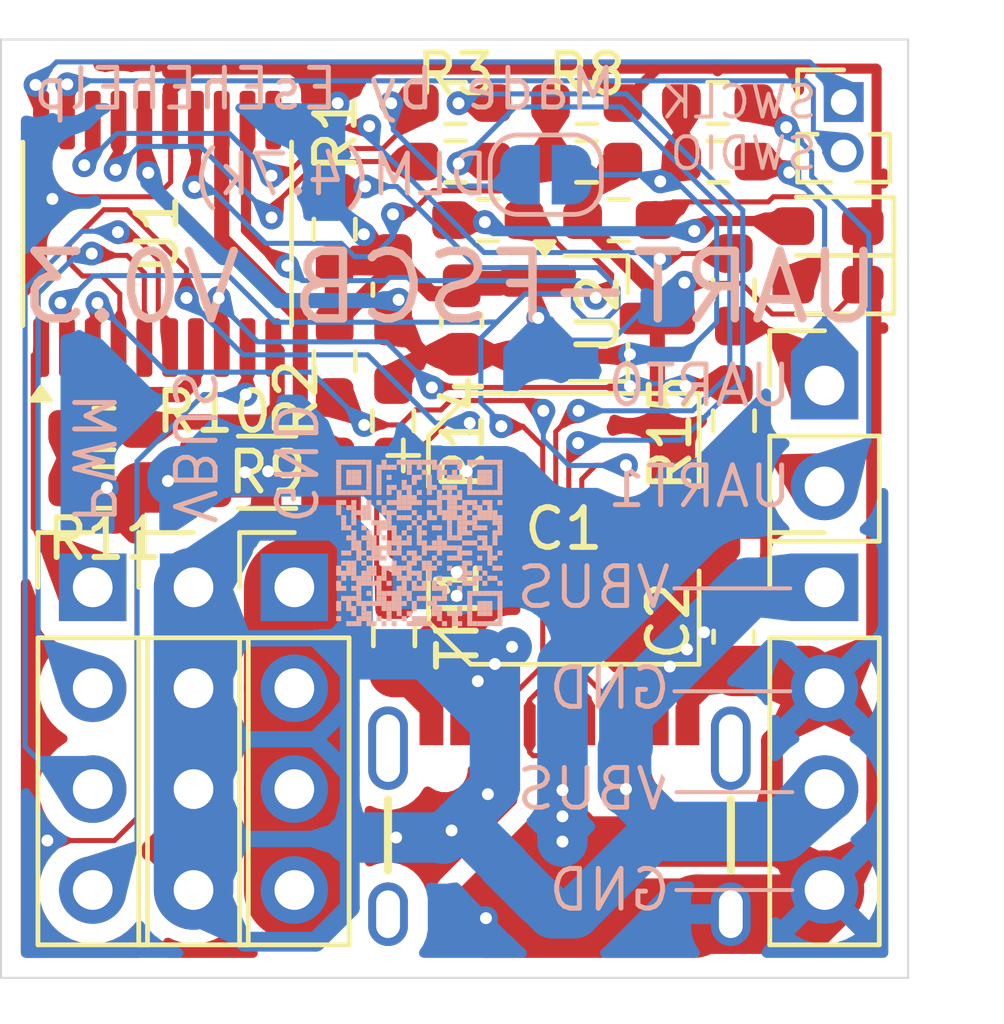
<source format=kicad_pcb>
(kicad_pcb (version 20241229) (generator "pcbnew") (generator_version "9.0")
  (layers (0 "F.Cu" signal) (2 "B.Cu" signal) (13 "F.Paste" user) (15 "B.Paste" user) (5 "F.SilkS" user "F.Silkscreen") (7 "B.SilkS" user "B.Silkscreen") (1 "F.Mask" user) (3 "B.Mask" user) (25 "Edge.Cuts" user))
  (net 0 "")
  (net 1 "OPA_N")
  (net 2 "VDD")
  (net 3 "OPA_P")
  (net 4 "Net-(D1-A)")
  (net 5 "Net-(D2-A)")
  (net 7 "Net-(J1-D--PadA7)")
  (net 8 "CC1")
  (net 9 "CC2")
  (net 11 "PWM0")
  (net 12 "PWM3")
  (net 13 "PWM1")
  (net 14 "PWM2")
  (net 15 "SWCLK")
  (net 16 "SWDIO")
  (net 17 "DP")
  (net 18 "DM")
  (net 19 "TX2")
  (net 20 "TX4")
  (net 21 "MCU_LED")
  (net 22 "VBUS")
  (net 23 "OPA_O")
  (net 27 "PB1")
  (net 28 "GND")
  (net 29 "Net-(J1-D+-PadA6)")
  (net 30 "PC3")
  (net 31 "Net-(J3-Pin_1)")
  (net 32 "Net-(J3-Pin_2)")
  (footprint "Resistor_SMD:R_0603_1608Metric_Pad0.98x0.95mm_HandSolder" (layer "F.Cu") (at 225.0459 65.3034)
    (property "Reference" "R12" (hide yes))
    (property "Value" "1k")
  )
  (footprint "Resistor_SMD:R_0603_1608Metric_Pad0.98x0.95mm_HandSolder" (layer "F.Cu") (at 216.8906 77.2433 -90)
    (property "Reference" "TH1")
    (property "Value" "Thermistor_NTC")
  )
  (footprint "Resistor_SMD:R_0603_1608Metric_Pad0.98x0.95mm_HandSolder" (layer "F.Cu") (at 221.7439 63.8302)
    (property "Reference" "R8")
    (property "Value" "5.1k")
  )
  (footprint "Connector_PinHeader_2.54mm:PinHeader_1x04_P2.54mm_Vertical" (layer "F.Cu") (at 211.836 76.0222)
    (property "Reference" "J5" (hide yes))
    (property "Value" "V_SERVO")
  )
  (footprint "Capacitor_SMD:C_0603_1608Metric_Pad1.08x0.95mm_HandSolder" (layer "F.Cu") (at 218.5924 69.2923 90)
    (property "Reference" "C3" (hide yes))
    (property "Value" "22u/10V")
  )
  (footprint "Resistor_SMD:R_0603_1608Metric_Pad0.98x0.95mm_HandSolder" (layer "F.Cu") (at 225.0421 63.8302)
    (property "Reference" "R13" (hide yes))
    (property "Value" "1k")
  )
  (footprint "Capacitor_SMD:C_0603_1608Metric_Pad1.08x0.95mm_HandSolder" (layer "F.Cu") (at 225.4504 77.2657 90)
    (property "Reference" "C2")
    (property "Value" "0.1u/50V")
  )
  (footprint "Resistor_SMD:R_0603_1608Metric_Pad0.98x0.95mm_HandSolder" (layer "F.Cu") (at 222.5529 66.7766 180)
    (property "Reference" "R5" (hide yes))
    (property "Value" "1k")
  )
  (footprint "Capacitor_SMD:C_0603_1608Metric_Pad1.08x0.95mm_HandSolder" (layer "F.Cu") (at 216.8652 68.5303 90)
    (property "Reference" "C4" (hide yes))
    (property "Value" "0.1u/50V")
  )
  (footprint "Connector_PinHeader_2.54mm:PinHeader_1x04_P2.54mm_Vertical" (layer "F.Cu") (at 209.296 76.0222)
    (property "Reference" "J2" (hide yes))
    (property "Value" "PWM")
  )
  (footprint "Resistor_SMD:R_0603_1608Metric_Pad0.98x0.95mm_HandSolder" (layer "F.Cu") (at 225.4504 68.5311 90)
    (property "Reference" "R16" (hide yes))
    (property "Value" "1k")
  )
  (footprint "Resistor_SMD:R_0603_1608Metric_Pad0.98x0.95mm_HandSolder" (layer "F.Cu") (at 218.4381 63.8302 180)
    (property "Reference" "R3")
    (property "Value" "22")
  )
  (footprint "Resistor_SMD:R_0603_1608Metric_Pad0.98x0.95mm_HandSolder" (layer "F.Cu") (at 219.2509 66.7766)
    (property "Reference" "R6" (hide yes))
    (property "Value" "1k")
  )
  (footprint "Resistor_SMD:R_0603_1608Metric_Pad0.98x0.95mm_HandSolder" (layer "F.Cu") (at 209.5773 72.0344 180)
    (property "Reference" "R10")
    (property "Value" "120k")
  )
  (footprint "LED_SMD:LED_0603_1608Metric_Pad1.05x0.95mm_HandSolder" (layer "F.Cu") (at 227.824 66.929 180)
    (property "Reference" "D2" (hide yes))
    (property "Value" "MCU_LED")
  )
  (footprint "Resistor_SMD:R_0603_1608Metric_Pad0.98x0.95mm_HandSolder" (layer "F.Cu") (at 209.5773 73.5076)
    (property "Reference" "R11")
    (property "Value" "5.1k")
  )
  (footprint "Resistor_SMD:R_0603_1608Metric_Pad0.98x0.95mm_HandSolder" (layer "F.Cu") (at 225.4504 71.8293 90)
    (property "Reference" "R15")
    (property "Value" "1k")
  )
  (footprint "Resistor_SMD:R_0603_1608Metric_Pad0.98x0.95mm_HandSolder" (layer "F.Cu") (at 221.7401 65.3034 180)
    (property "Reference" "R7" (hide yes))
    (property "Value" "120k")
  )
  (footprint "Connector_PinHeader_2.54mm:PinHeader_1x04_P2.54mm_Vertical" (layer "F.Cu") (at 227.7364 76.0222)
    (property "Reference" "J6" (hide yes))
    (property "Value" "POWER")
  )
  (footprint "Resistor_SMD:R_0603_1608Metric_Pad0.98x0.95mm_HandSolder" (layer "F.Cu") (at 216.8652 71.8293 -90)
    (property "Reference" "R14")
    (property "Value" "5.1k")
  )
  (footprint "Resistor_SMD:R_0603_1608Metric_Pad0.98x0.95mm_HandSolder" (layer "F.Cu") (at 218.4381 65.3034 180)
    (property "Reference" "R4" (hide yes))
    (property "Value" "22")
  )
  (footprint "Package_SO:TSSOP-20_4.4x6.5mm_P0.65mm" (layer "F.Cu") (at 210.9216 67.1225 90)
    (property "Reference" "U1")
    (property "Value" "CH32X035F7P6")
  )
  (footprint "Package_TO_SOT_SMD:SOT-23_Handsoldering" (layer "F.Cu") (at 222.0228 69.2556)
    (property "Reference" "U2")
    (property "Value" "XC6206P332MR")
  )
  (footprint "PCM_SparkFun-Connector:USB-C_16" (layer "F.Cu") (at 221.0562 79.1564)
    (property "Reference" "J1")
    (property "Value" "USB_C_Receptacle")
  )
  (footprint "Resistor_SMD:R_0603_1608Metric_Pad0.98x0.95mm_HandSolder" (layer "F.Cu") (at 215.392 67.0052 90)
    (property "Reference" "R1")
    (property "Value" "5.1k")
  )
  (footprint "Capacitor_SMD:CP_Elec_6.3x7.7" (layer "F.Cu") (at 221.1654 74.549)
    (property "Reference" "C1")
    (property "Value" "100u/35V")
  )
  (footprint "Resistor_SMD:R_1206_3216Metric_Pad1.30x1.75mm_HandSolder" (layer "F.Cu") (at 213.6896 73.1266 180)
    (property "Reference" "R9")
    (property "Value" "0.02")
  )
  (footprint "Connector_PinHeader_2.54mm:PinHeader_1x04_P2.54mm_Vertical" (layer "F.Cu") (at 214.376 76.0222)
    (property "Reference" "J4" (hide yes))
    (property "Value" "GND")
  )
  (footprint "Resistor_SMD:R_0603_1608Metric_Pad0.98x0.95mm_HandSolder" (layer "F.Cu") (at 215.392 70.3307 -90)
    (property "Reference" "R2")
    (property "Value" "5.1k")
  )
  (footprint "Connector_PinHeader_1.27mm:PinHeader_1x02_P1.27mm_Vertical" (layer "F.Cu") (at 228.219 63.8048)
    (property "Reference" "J7" (hide yes))
    (property "Value" "DEBUG")
  )
  (footprint "Connector_PinHeader_2.54mm:PinHeader_1x02_P2.54mm_Vertical" (layer "F.Cu") (at 227.7364 70.9422)
    (property "Reference" "J3" (hide yes))
    (property "Value" "UART")
  )
  (footprint "LED_SMD:LED_0603_1608Metric_Pad1.05x0.95mm_HandSolder" (layer "F.Cu") (at 227.824 68.4022 180)
    (property "Reference" "D1" (hide yes))
    (property "Value" "SERVO_PWR")
  )
  (footprint "qr:qr-uart-fscb" (layer "B.Cu") (at 217.5256 74.9046 180)
    (property "Reference" "QR*****" (hide yes))
    (property "Value" "qr-uart-fscb" (hide yes))
  )
  (footprint "Jumper:SolderJumper-2_P1.3mm_Open_RoundedPad1.0x1.5mm" (layer "B.Cu") (at 220.711 65.6336)
    (property "Reference" "JP1" (hide yes))
    (property "Value" "SolderJumper_2_Open")
  )
  (gr_line (start 226.8728 78.6384) (end 223.9518 78.6384) (stroke (width 0.1)) (layer "B.SilkS"))
  (gr_line (start 226.9236 81.1784) (end 224.0026 81.1784) (stroke (width 0.1)) (layer "B.SilkS"))
  (gr_line (start 226.9236 83.642907) (end 224.0026 83.642907) (stroke (width 0.1)) (layer "B.SilkS"))
  (gr_line (start 226.8728 76.0476) (end 223.9518 76.0476) (stroke (width 0.1)) (layer "B.SilkS"))
  (gr_rect (start 206.9846 62.23) (end 229.8446 85.852) (stroke (width 0.05)) (fill no) (layer "Edge.Cuts"))
  (gr_text "  VBUS" (at 211.835293 76.022907 270) (layer "B.SilkS") (effects (font (size 1 1) (thickness 0.125)) (justify left mirror)))
  (gr_text "UART-FSCB V0.3" (at 229.2604 69.469 0) (layer "B.SilkS") (effects (font (size 1.7 1.7) (thickness 0.2125)) (justify left bottom mirror)))
  (gr_text "     VBUS" (at 227.7374 76.0222 0) (layer "B.SilkS") (effects (font (size 1 1) (thickness 0.125)) (justify left mirror)))
  (gr_text " SWDIO" (at 228.219 65.1002 0) (layer "B.SilkS") (effects (font (size 0.8 0.8) (thickness 0.1)) (justify left mirror)))
  (gr_text "     GND" (at 227.735693 83.642907 0) (layer "B.SilkS") (effects (font (size 1 1) (thickness 0.125)) (justify left mirror)))
  (gr_text " SWCLK" (at 228.219 63.8048 0) (layer "B.SilkS") (effects (font (size 0.8 0.8) (thickness 0.1)) (justify left mirror)))
  (gr_text "  PWM" (at 209.296 76.0222 270) (layer "B.SilkS") (effects (font (size 1 1) (thickness 0.125)) (justify left mirror)))
  (gr_text "Made by EsEhEhElp" (at 215.138 63.4746 0) (layer "B.SilkS") (effects (font (size 1 1) (thickness 0.125)) (justify mirror)))
  (gr_text "     GND" (at 227.735693 78.562907 0) (layer "B.SilkS") (effects (font (size 1 1) (thickness 0.125)) (justify left mirror)))
  (gr_text " UART1" (at 227.7364 73.4832 0) (layer "B.SilkS") (effects (font (size 1 1) (thickness 0.125)) (justify left mirror)))
  (gr_text "DLM(4.7k)" (at 219.3544 66.2178 0) (layer "B.SilkS") (effects (font (size 1 1) (thickness 0.125)) (justify left bottom mirror)))
  (gr_text "  GND" (at 214.376 76.0222 270) (layer "B.SilkS") (effects (font (size 1 1) (thickness 0.125)) (justify left mirror)))
  (gr_text "     VBUS" (at 227.737107 81.101493 0) (layer "B.SilkS") (effects (font (size 1 1) (thickness 0.125)) (justify left mirror)))
  (gr_text " UART0" (at 227.7364 70.9422 0) (layer "B.SilkS") (effects (font (size 1 1) (thickness 0.125)) (justify left mirror)))
  (segment (start 208.6648 72.0344) (end 209.106178 72.0344) (width 0.381) (layer "F.Cu") (net 1))
  (segment (start 209.972678 71.1679) (end 211.006922 71.1679) (width 0.381) (layer "F.Cu") (net 1))
  (segment (start 211.009822 71.1708) (end 211.496158 71.1708) (width 0.381) (layer "F.Cu") (net 1))
  (segment (start 211.8966 70.6022) (end 211.8966 69.985) (width 0.381) (layer "F.Cu") (net 1))
  (segment (start 211.006922 71.1679) (end 211.009822 71.1708) (width 0.381) (layer "F.Cu") (net 1))
  (segment (start 211.5312 71.135758) (end 211.5312 71.114) (width 0.381) (layer "F.Cu") (net 1))
  (segment (start 211.496158 71.1708) (end 211.5312 71.135758) (width 0.381) (layer "F.Cu") (net 1))
  (segment (start 209.106178 72.0344) (end 209.972678 71.1679) (width 0.381) (layer "F.Cu") (net 1))
  (segment (start 211.8381 70.828858) (end 211.8381 70.6607) (width 0.381) (layer "F.Cu") (net 1))
  (segment (start 211.5312 71.114) (end 211.552958 71.114) (width 0.381) (layer "F.Cu") (net 1))
  (segment (start 208.6648 73.5076) (end 208.6648 72.0344) (width 0.381) (layer "F.Cu") (net 1))
  (segment (start 211.8381 70.6607) (end 211.8966 70.6022) (width 0.381) (layer "F.Cu") (net 1))
  (segment (start 211.552958 71.114) (end 211.8381 70.828858) (width 0.381) (layer "F.Cu") (net 1))
  (segment (start 224.1334 65.311689) (end 224.1334 65.3034) (width 0.127) (layer "F.Cu") (net 2))
  (segment (start 223.643489 65.8016) (end 224.1334 65.311689) (width 0.127) (layer "F.Cu") (net 2))
  (segment (start 217.0038 68.782916) (end 217.0038 69.5314) (width 0.381) (layer "F.Cu") (net 2))
  (segment (start 217.0038 68.782916) (end 217.0038 69.2542) (width 0.381) (layer "F.Cu") (net 2))
  (segment (start 217.6272 70.1548) (end 216.8652 70.9168) (width 0.381) (layer "F.Cu") (net 2))
  (segment (start 217.0038 69.2542) (end 216.8652 69.3928) (width 0.381) (layer "F.Cu") (net 2))
  (segment (start 217.6272 70.1548) (end 216.8652 69.3928) (width 0.381) (layer "F.Cu") (net 2))
  (segment (start 210.695772 65.586165) (end 210.695772 65.400227) (width 0.381) (layer "F.Cu") (net 2))
  (segment (start 224.1334 65.3034) (end 224.1334 63.834) (width 0.127) (layer "F.Cu") (net 2))
  (segment (start 223.597239 65.8016) (end 223.643489 65.8016) (width 0.127) (layer "F.Cu") (net 2))
  (segment (start 210.695772 65.400227) (end 210.5966 65.301055) (width 0.381) (layer "F.Cu") (net 2))
  (segment (start 224.1334 63.834) (end 224.1296 63.8302) (width 0.127) (layer "F.Cu") (net 2))
  (segment (start 217.0038 69.5314) (end 217.6272 70.1548) (width 0.381) (layer "F.Cu") (net 2))
  (segment (start 218.5924 70.1548) (end 220.472 70.1548) (width 0.381) (layer "F.Cu") (net 2))
  (segment (start 210.5966 65.301055) (end 210.5966 64.26) (width 0.381) (layer "F.Cu") (net 2))
  (segment (start 218.5924 70.1548) (end 217.6272 70.1548) (width 0.381) (layer "F.Cu") (net 2))
  (segment (start 220.472 70.1548) (end 220.5228 70.2056) (width 0.381) (layer "F.Cu") (net 2))
  (segment (start 220.5228 70.2056) (end 222.7823 70.2056) (width 0.381) (layer "F.Cu") (net 2))
  (segment (start 222.7823 70.2056) (end 222.8323 70.1556) (width 0.381) (layer "F.Cu") (net 2))
  (via (at 223.597239 65.8016) (size 0.6) (drill 0.3) (layers "F.Cu" "B.Cu") (net 2))
  (via (at 222.8323 70.1556) (size 0.6) (drill 0.3) (layers "F.Cu" "B.Cu") (net 2))
  (via (at 210.695772 65.586165) (size 0.6) (drill 0.3) (layers "F.Cu" "B.Cu") (net 2))
  (via (at 217.0038 68.782916) (size 0.6) (drill 0.3) (layers "F.Cu" "B.Cu") (net 2))
  (segment (start 223.597239 65.8016) (end 223.687859 65.8016) (width 0.127) (layer "B.Cu") (net 2))
  (segment (start 224.083067 65.883333) (end 225.01721 66.817476) (width 0.127) (layer "B.Cu") (net 2))
  (segment (start 225.01721 66.817476) (end 225.01721 69.351692) (width 0.127) (layer "B.Cu") (net 2))
  (segment (start 216.982553 68.804163) (end 217.0038 68.782916) (width 0.381) (layer "B.Cu") (net 2))
  (segment (start 222.8323 70.1556) (end 224.213298 70.1556) (width 0.381) (layer "B.Cu") (net 2))
  (segment (start 210.695772 65.586165) (end 210.686307 65.59563) (width 0.381) (layer "B.Cu") (net 2))
  (segment (start 224.213298 70.1556) (end 224.2133 70.155602) (width 0.381) (layer "B.Cu") (net 2))
  (segment (start 210.686307 65.59563) (end 210.686307 65.830107) (width 0.381) (layer "B.Cu") (net 2))
  (segment (start 212.905 67.7186) (end 213.990563 68.804163) (width 0.381) (layer "B.Cu") (net 2))
  (segment (start 210.686307 65.830107) (end 212.5748 67.7186) (width 0.381) (layer "B.Cu") (net 2))
  (segment (start 221.361 65.6336) (end 223.833334 65.6336) (width 0.127) (layer "B.Cu") (net 2))
  (segment (start 225.01721 69.351692) (end 224.2133 70.155602) (width 0.127) (layer "B.Cu") (net 2))
  (segment (start 223.833334 65.6336) (end 224.083067 65.883333) (width 0.127) (layer "B.Cu") (net 2))
  (segment (start 223.687859 65.8016) (end 223.769592 65.883333) (width 0.127) (layer "B.Cu") (net 2))
  (segment (start 212.5748 67.7186) (end 212.905 67.7186) (width 0.381) (layer "B.Cu") (net 2))
  (segment (start 223.769592 65.883333) (end 224.083067 65.883333) (width 0.127) (layer "B.Cu") (net 2))
  (segment (start 213.990563 68.804163) (end 216.982553 68.804163) (width 0.381) (layer "B.Cu") (net 2))
  (segment (start 214.5255 72.4125) (end 215.2396 73.1266) (width 0.381) (layer "F.Cu") (net 3))
  (segment (start 214.5255 69.228542) (end 214.5255 72.4125) (width 0.381) (layer "F.Cu") (net 3))
  (segment (start 212.5466 67.249642) (end 214.5255 69.228542) (width 0.381) (layer "F.Cu") (net 3))
  (segment (start 214.376 76.0222) (end 215.3016 75.0966) (width 1.5) (layer "F.Cu") (net 3))
  (segment (start 212.5466 64.26) (end 212.5466 67.249642) (width 0.381) (layer "F.Cu") (net 3))
  (segment (start 214.376 83.6422) (end 214.376 81.1022) (width 2.54) (layer "F.Cu") (net 3))
  (segment (start 214.376 81.1022) (end 214.376 78.5622) (width 2.54) (layer "F.Cu") (net 3))
  (segment (start 214.376 76.0222) (end 214.376 78.5622) (width 2.54) (layer "F.Cu") (net 3))
  (segment (start 215.3016 75.0966) (end 215.3016 73.1266) (width 1.5) (layer "F.Cu") (net 3))
  (segment (start 226.446984 66.1895) (end 226.317084 66.3194) (width 0.127) (layer "F.Cu") (net 4))
  (segment (start 227.7364 67.383116) (end 227.7385 67.381016) (width 0.127) (layer "F.Cu") (net 4))
  (segment (start 227.451016 66.1895) (end 226.446984 66.1895) (width 0.127) (layer "F.Cu") (net 4))
  (segment (start 223.9226 66.3194) (end 223.4654 66.7766) (width 0.127) (layer "F.Cu") (net 4))
  (segment (start 227.7385 67.381016) (end 227.7385 66.476984) (width 0.127) (layer "F.Cu") (net 4))
  (segment (start 226.949 68.4022) (end 227.7364 67.6148) (width 0.127) (layer "F.Cu") (net 4))
  (segment (start 227.7385 66.476984) (end 227.451016 66.1895) (width 0.127) (layer "F.Cu") (net 4))
  (segment (start 227.7364 67.6148) (end 227.7364 67.383116) (width 0.127) (layer "F.Cu") (net 4))
  (segment (start 226.317084 66.3194) (end 223.9226 66.3194) (width 0.127) (layer "F.Cu") (net 4))
  (segment (start 224.97208 66.7993) (end 225.92872 66.7993) (width 0.254) (layer "F.Cu") (net 5))
  (segment (start 219.1759 66.8274) (end 218.3892 66.8274) (width 0.254) (layer "F.Cu") (net 5))
  (segment (start 225.92872 66.7993) (end 225.93142 66.802) (width 0.254) (layer "F.Cu") (net 5))
  (segment (start 226.822 66.802) (end 226.949 66.929) (width 0.254) (layer "F.Cu") (net 5))
  (segment (start 218.3892 66.8274) (end 218.3384 66.7766) (width 0.254) (layer "F.Cu") (net 5))
  (segment (start 224.45271 67.0513) (end 224.477025 67.0513) (width 0.254) (layer "F.Cu") (net 5))
  (segment (start 225.93142 66.802) (end 226.822 66.802) (width 0.254) (layer "F.Cu") (net 5))
  (segment (start 224.477025 67.0513) (end 224.726325 66.802) (width 0.254) (layer "F.Cu") (net 5))
  (segment (start 224.96938 66.802) (end 224.97208 66.7993) (width 0.254) (layer "F.Cu") (net 5))
  (segment (start 224.726325 66.802) (end 224.96938 66.802) (width 0.254) (layer "F.Cu") (net 5))
  (via (at 219.1759 66.8274) (size 0.6) (drill 0.3) (layers "F.Cu" "B.Cu") (net 5))
  (via (at 224.45271 67.0513) (size 0.6) (drill 0.3) (layers "F.Cu" "B.Cu") (net 5))
  (segment (start 224.45271 67.0513) (end 224.44801 67.056) (width 0.254) (layer "B.Cu") (net 5))
  (segment (start 219.4045 67.056) (end 219.1759 66.8274) (width 0.254) (layer "B.Cu") (net 5))
  (segment (start 224.44801 67.056) (end 219.4045 67.056) (width 0.254) (layer "B.Cu") (net 5))
  (segment (start 220.96372 78.196018) (end 220.3062 78.853538) (width 0.127) (layer "F.Cu") (net 7))
  (segment (start 221.2207 80.2609) (end 220.3917 80.2609) (width 0.127) (layer "F.Cu") (net 7))
  (segment (start 221.5388 71.5772) (end 221.488 71.5772) (width 0.127) (layer "F.Cu") (net 7))
  (segment (start 220.3062 80.1754) (end 220.3062 79.4964) (width 0.127) (layer "F.Cu") (net 7))
  (segment (start 220.3917 80.2609) (end 220.3062 80.1754) (width 0.127) (layer "F.Cu") (net 7))
  (segment (start 218.567 65.3034) (end 218.5162 65.3542) (width 0.127) (layer "F.Cu") (net 7))
  (segment (start 221.3062 79.4964) (end 221.3062 80.1754) (width 0.127) (layer "F.Cu") (net 7))
  (segment (start 221.3062 80.1754) (end 221.2207 80.2609) (width 0.127) (layer "F.Cu") (net 7))
  (segment (start 221.488 71.5772) (end 220.96372 72.10148) (width 0.127) (layer "F.Cu") (net 7))
  (segment (start 219.3506 65.3034) (end 218.567 65.3034) (width 0.127) (layer "F.Cu") (net 7))
  (segment (start 220.3062 78.853538) (end 220.3062 79.4964) (width 0.127) (layer "F.Cu") (net 7))
  (segment (start 220.96372 72.10148) (end 220.96372 78.196018) (width 0.127) (layer "F.Cu") (net 7))
  (via (at 221.5388 71.5772) (size 0.6) (drill 0.3) (layers "F.Cu" "B.Cu") (net 7))
  (via (at 218.5162 65.3542) (size 0.6) (drill 0.3) (layers "F.Cu" "B.Cu") (net 7))
  (segment (start 219.943 63.9274) (end 218.5162 65.3542) (width 0.127) (layer "B.Cu") (net 7))
  (segment (start 221.5388 71.5772) (end 224.41049 71.5772) (width 0.127) (layer "B.Cu") (net 7))
  (segment (start 225.3488 66.665631) (end 222.610569 63.9274) (width 0.127) (layer "B.Cu") (net 7))
  (segment (start 225.3488 70.63889) (end 225.3488 66.665631) (width 0.127) (layer "B.Cu") (net 7))
  (segment (start 222.610569 63.9274) (end 219.943 63.9274) (width 0.127) (layer "B.Cu") (net 7))
  (segment (start 224.41049 71.5772) (end 225.3488 70.63889) (width 0.127) (layer "B.Cu") (net 7))
  (segment (start 219.8062 78.8216) (end 219.8062 79.4964) (width 0.127) (layer "F.Cu") (net 8))
  (segment (start 219.8959 78.7319) (end 219.8917 78.7319) (width 0.127) (layer "F.Cu") (net 8))
  (segment (start 219.8917 78.7319) (end 219.8917 78.7361) (width 0.127) (layer "F.Cu") (net 8))
  (segment (start 215.392 66.0927) (end 215.9997 66.0927) (width 0.127) (layer "F.Cu") (net 8))
  (segment (start 220.63572 77.99208) (end 219.8959 78.7319) (width 0.127) (layer "F.Cu") (net 8))
  (segment (start 219.591417 71.9662) (end 220.13312 71.9662) (width 0.127) (layer "F.Cu") (net 8))
  (segment (start 219.8917 78.7361) (end 219.8062 78.8216) (width 0.127) (layer "F.Cu") (net 8))
  (segment (start 215.9997 66.0927) (end 216.161945 65.930455) (width 0.127) (layer "F.Cu") (net 8))
  (segment (start 208.6466 69.022329) (end 208.484992 68.860721) (width 0.127) (layer "F.Cu") (net 8))
  (segment (start 208.6466 69.985) (end 208.6466 69.022329) (width 0.127) (layer "F.Cu") (net 8))
  (segment (start 220.63572 72.4688) (end 220.63572 77.99208) (width 0.127) (layer "F.Cu") (net 8))
  (segment (start 220.13312 71.9662) (end 220.63572 72.4688) (width 0.127) (layer "F.Cu") (net 8))
  (via (at 219.591417 71.9662) (size 0.6) (drill 0.3) (layers "F.Cu" "B.Cu") (net 8))
  (via (at 208.484992 68.860721) (size 0.6) (drill 0.3) (layers "F.Cu" "B.Cu") (net 8))
  (via (at 216.161945 65.930455) (size 0.6) (drill 0.3) (layers "F.Cu" "B.Cu") (net 8))
  (segment (start 219.3601 71.734883) (end 219.3601 71.650676) (width 0.127) (layer "B.Cu") (net 8))
  (segment (start 222.009124 67.9726) (end 219.00275 67.9726) (width 0.127) (layer "B.Cu") (net 8))
  (segment (start 221.4061 68.966224) (end 221.736776 69.2969) (width 0.127) (layer "B.Cu") (net 8))
  (segment (start 222.204424 69.2969) (end 222.5351 68.966224) (width 0.127) (layer "B.Cu") (net 8))
  (segment (start 220.1948 68.6286) (end 221.402938 68.6286) (width 0.127) (layer "B.Cu") (net 8))
  (segment (start 212.716532 68.1736) (end 209.514824 68.1736) (width 0.127) (layer "B.Cu") (net 8))
  (segment (start 209.514824 68.1736) (end 209.504424 68.184) (width 0.127) (layer "B.Cu") (net 8))
  (segment (start 213.890348 69.347416) (end 212.716532 68.1736) (width 0.127) (layer "B.Cu") (net 8))
  (segment (start 221.4061 68.631762) (end 221.4061 68.966224) (width 0.127) (layer "B.Cu") (net 8))
  (segment (start 219.591417 71.9662) (end 219.3601 71.734883) (width 0.127) (layer "B.Cu") (net 8))
  (segment (start 208.7061 68.777976) (end 208.7061 68.860721) (width 0.127) (layer "B.Cu") (net 8))
  (segment (start 219.4814 69.342) (end 220.1948 68.6286) (width 0.127) (layer "B.Cu") (net 8))
  (segment (start 221.402938 68.6286) (end 221.4061 68.631762) (width 0.127) (layer "B.Cu") (net 8))
  (segment (start 219.260615 69.347416) (end 213.890348 69.347416) (width 0.127) (layer "B.Cu") (net 8))
  (segment (start 216.960605 65.930455) (end 216.161945 65.930455) (width 0.127) (layer "B.Cu") (net 8))
  (segment (start 222.5351 68.498576) (end 222.009124 67.9726) (width 0.127) (layer "B.Cu") (net 8))
  (segment (start 219.4814 69.342) (end 219.266031 69.342) (width 0.127) (layer "B.Cu") (net 8))
  (segment (start 221.736776 69.2969) (end 222.204424 69.2969) (width 0.127) (layer "B.Cu") (net 8))
  (segment (start 208.7061 68.860721) (end 208.484992 68.860721) (width 0.127) (layer "B.Cu") (net 8))
  (segment (start 219.075 69.7484) (end 219.4814 69.342) (width 0.127) (layer "B.Cu") (net 8))
  (segment (start 209.504424 68.184) (end 209.300076 68.184) (width 0.127) (layer "B.Cu") (net 8))
  (segment (start 222.5351 68.966224) (end 222.5351 68.498576) (width 0.127) (layer "B.Cu") (net 8))
  (segment (start 219.00275 67.9726) (end 216.960605 65.930455) (width 0.127) (layer "B.Cu") (net 8))
  (segment (start 219.266031 69.342) (end 219.260615 69.347416) (width 0.127) (layer "B.Cu") (net 8))
  (segment (start 219.3601 71.650676) (end 219.075 71.365576) (width 0.127) (layer "B.Cu") (net 8))
  (segment (start 219.075 71.365576) (end 219.075 69.7484) (width 0.127) (layer "B.Cu") (net 8))
  (segment (start 209.300076 68.184) (end 208.7061 68.777976) (width 0.127) (layer "B.Cu") (net 8))
  (segment (start 218.07282 71.5565) (end 217.429516 71.5565) (width 0.127) (layer "F.Cu") (net 9))
  (segment (start 218.30932 71.32) (end 218.07282 71.5565) (width 0.127) (layer "F.Cu") (net 9))
  (segment (start 215.445233 71.2432) (end 216.136212 71.934179) (width 0.127) (layer "F.Cu") (net 9))
  (segment (start 222.1911 78.7319) (end 221.61972 78.16052) (width 0.127) (layer "F.Cu") (net 9))
  (segment (start 222.7207 79.2615) (end 222.7207 78.7319) (width 0.127) (layer "F.Cu") (net 9))
  (segment (start 221.9706 72.9488) (end 222.7326 72.9488) (width 0.127) (layer "F.Cu") (net 9))
  (segment (start 221.61972 78.16052) (end 221.61972 73.29968) (width 0.127) (layer "F.Cu") (net 9))
  (segment (start 209.414497 69.867103) (end 209.2966 69.985) (width 0.127) (layer "F.Cu") (net 9))
  (segment (start 222.8062 79.347) (end 222.7207 79.2615) (width 0.127) (layer "F.Cu") (net 9))
  (segment (start 221.61972 73.29968) (end 221.9706 72.9488) (width 0.127) (layer "F.Cu") (net 9))
  (segment (start 222.8062 79.4964) (end 222.8062 79.347) (width 0.127) (layer "F.Cu") (net 9))
  (segment (start 220.3926 71.32) (end 218.30932 71.32) (width 0.127) (layer "F.Cu") (net 9))
  (segment (start 222.7207 78.7319) (end 222.1911 78.7319) (width 0.127) (layer "F.Cu") (net 9))
  (segment (start 220.6498 71.5772) (end 220.3926 71.32) (width 0.127) (layer "F.Cu") (net 9))
  (segment (start 209.414497 68.866489) (end 209.414497 69.867103) (width 0.127) (layer "F.Cu") (net 9))
  (segment (start 215.392 71.2432) (end 215.445233 71.2432) (width 0.127) (layer "F.Cu") (net 9))
  (segment (start 217.429516 71.5565) (end 217.051837 71.934179) (width 0.127) (layer "F.Cu") (net 9))
  (segment (start 217.051837 71.934179) (end 216.136212 71.934179) (width 0.127) (layer "F.Cu") (net 9))
  (via (at 216.136212 71.934179) (size 0.6) (drill 0.3) (layers "F.Cu" "B.Cu") (net 9))
  (via (at 209.414497 68.866489) (size 0.6) (drill 0.3) (layers "F.Cu" "B.Cu") (net 9))
  (via (at 222.7326 72.9488) (size 0.6) (drill 0.3) (layers "F.Cu" "B.Cu") (net 9))
  (via (at 220.6498 71.5772) (size 0.6) (drill 0.3) (layers "F.Cu" "B.Cu") (net 9))
  (segment (start 211.153108 70.6051) (end 209.414497 68.866489) (width 0.127) (layer "B.Cu") (net 9))
  (segment (start 220.6498 72.310837) (end 220.6498 71.5772) (width 0.127) (layer "B.Cu") (net 9))
  (segment (start 216.136212 71.934179) (end 214.807133 70.6051) (width 0.127) (layer "B.Cu") (net 9))
  (segment (start 222.7326 72.9488) (end 222.726967 72.954433) (width 0.127) (layer "B.Cu") (net 9))
  (segment (start 221.293396 72.954433) (end 220.6498 72.310837) (width 0.127) (layer "B.Cu") (net 9))
  (segment (start 214.807133 70.6051) (end 211.153108 70.6051) (width 0.127) (layer "B.Cu") (net 9))
  (segment (start 222.726967 72.954433) (end 221.293396 72.954433) (width 0.127) (layer "B.Cu") (net 9))
  (segment (start 207.796601 74.522801) (end 209.296 76.0222) (width 0.127) (layer "F.Cu") (net 11))
  (segment (start 207.9966 69.985) (end 207.796601 70.184999) (width 0.127) (layer "F.Cu") (net 11))
  (segment (start 207.796601 70.184999) (end 207.796601 74.522801) (width 0.127) (layer "F.Cu") (net 11))
  (segment (start 213.1966 71.1132) (end 213.1966 69.985) (width 0.127) (layer "F.Cu") (net 12))
  (segment (start 213.151142 71.158658) (end 213.1966 71.1132) (width 0.127) (layer "F.Cu") (net 12))
  (segment (start 213.151142 71.1696) (end 213.151142 71.158658) (width 0.127) (layer "F.Cu") (net 12))
  (via (at 213.151142 71.1696) (size 0.6) (drill 0.3) (layers "F.Cu" "B.Cu") (net 12))
  (segment (start 210.4105 72.8503) (end 210.4105 82.5277) (width 0.127) (layer "B.Cu") (net 12))
  (segment (start 212.0912 71.1696) (end 210.4105 72.8503) (width 0.127) (layer "B.Cu") (net 12))
  (segment (start 210.4105 82.5277) (end 209.296 83.6422) (width 0.127) (layer "B.Cu") (net 12))
  (segment (start 213.151142 71.1696) (end 212.0912 71.1696) (width 0.127) (layer "B.Cu") (net 12))
  (segment (start 210.5966 68.1026) (end 210.5966 69.985) (width 0.127) (layer "F.Cu") (net 13))
  (segment (start 209.2706 67.6195) (end 209.3167 67.6656) (width 0.127) (layer "F.Cu") (net 13))
  (segment (start 210.1596 67.6656) (end 210.5966 68.1026) (width 0.127) (layer "F.Cu") (net 13))
  (segment (start 209.3167 67.6656) (end 210.1596 67.6656) (width 0.127) (layer "F.Cu") (net 13))
  (via (at 209.2706 67.6195) (size 0.6) (drill 0.3) (layers "F.Cu" "B.Cu") (net 13))
  (segment (start 207.920492 68.626897) (end 207.920492 77.186692) (width 0.127) (layer "B.Cu") (net 13))
  (segment (start 207.920492 77.186692) (end 209.296 78.5622) (width 0.127) (layer "B.Cu") (net 13))
  (segment (start 208.927889 67.6195) (end 207.920492 68.626897) (width 0.127) (layer "B.Cu") (net 13))
  (segment (start 209.2706 67.6195) (end 208.927889 67.6195) (width 0.127) (layer "B.Cu") (net 13))
  (segment (start 209.931 67.0814) (end 210.263004 67.0814) (width 0.127) (layer "F.Cu") (net 14))
  (segment (start 211.2466 69.3622) (end 211.2466 69.985) (width 0.127) (layer "F.Cu") (net 14))
  (segment (start 210.947 69.0626) (end 211.2466 69.3622) (width 0.127) (layer "F.Cu") (net 14))
  (segment (start 210.947 67.765396) (end 210.947 69.0626) (width 0.127) (layer "F.Cu") (net 14))
  (segment (start 210.263004 67.0814) (end 210.947 67.765396) (width 0.127) (layer "F.Cu") (net 14))
  (via (at 209.931 67.0814) (size 0.6) (drill 0.3) (layers "F.Cu" "B.Cu") (net 14))
  (segment (start 207.592492 68.491035) (end 207.592492 80.033692) (width 0.127) (layer "B.Cu") (net 14))
  (segment (start 209.931 67.0814) (end 209.9056 67.056) (width 0.127) (layer "B.Cu") (net 14))
  (segment (start 207.592492 80.033692) (end 208.661 81.1022) (width 0.127) (layer "B.Cu") (net 14))
  (segment (start 208.661 81.1022) (end 209.296 81.1022) (width 0.127) (layer "B.Cu") (net 14))
  (segment (start 209.9056 67.056) (end 209.027527 67.056) (width 0.127) (layer "B.Cu") (net 14))
  (segment (start 209.027527 67.056) (end 207.592492 68.491035) (width 0.127) (layer "B.Cu") (net 14))
  (segment (start 207.856608 64.120008) (end 207.9966 64.26) (width 0.127) (layer "F.Cu") (net 15))
  (segment (start 207.856269 63.373006) (end 207.856608 63.373345) (width 0.127) (layer "F.Cu") (net 15))
  (segment (start 207.856608 63.373345) (end 207.856608 64.120008) (width 0.127) (layer "F.Cu") (net 15))
  (via (at 207.856269 63.373006) (size 0.6) (drill 0.3) (layers "F.Cu" "B.Cu") (net 15))
  (segment (start 207.856269 63.321744) (end 208.383513 62.7945) (width 0.127) (layer "B.Cu") (net 15))
  (segment (start 208.383513 62.7945) (end 227.3611 62.7945) (width 0.127) (layer "B.Cu") (net 15))
  (segment (start 227.3611 62.7945) (end 228.219 63.6524) (width 0.127) (layer "B.Cu") (net 15))
  (segment (start 228.219 63.6524) (end 228.219 63.8048) (width 0.127) (layer "B.Cu") (net 15))
  (segment (start 207.856269 63.373006) (end 207.856269 63.321744) (width 0.127) (layer "B.Cu") (net 15))
  (segment (start 208.6466 63.367918) (end 208.6466 64.26) (width 0.127) (layer "F.Cu") (net 16))
  (segment (start 208.656131 63.357999) (end 208.656131 63.358387) (width 0.127) (layer "F.Cu") (net 16))
  (segment (start 208.656131 63.358387) (end 208.6466 63.367918) (width 0.127) (layer "F.Cu") (net 16))
  (via (at 208.656131 63.357999) (size 0.6) (drill 0.3) (layers "F.Cu" "B.Cu") (net 16))
  (segment (start 208.656131 63.357999) (end 208.656519 63.357999) (width 0.127) (layer "B.Cu") (net 16))
  (segment (start 208.656519 63.357999) (end 208.744118 63.2704) (width 0.127) (layer "B.Cu") (net 16))
  (segment (start 227.4545 63.4721) (end 227.4545 64.5693) (width 0.127) (layer "B.Cu") (net 16))
  (segment (start 227.4545 64.5693) (end 227.96 65.0748) (width 0.127) (layer "B.Cu") (net 16))
  (segment (start 208.744118 63.2704) (end 227.2528 63.2704) (width 0.127) (layer "B.Cu") (net 16))
  (segment (start 227.2528 63.2704) (end 227.4545 63.4721) (width 0.127) (layer "B.Cu") (net 16))
  (segment (start 227.96 65.0748) (end 228.219 65.0748) (width 0.127) (layer "B.Cu") (net 16))
  (segment (start 216.609 64.9754) (end 217.5256 64.0588) (width 0.127) (layer "F.Cu") (net 17))
  (segment (start 216.871194 63.88841) (end 217.46739 63.88841) (width 0.127) (layer "F.Cu") (net 17))
  (segment (start 214.841422 64.9754) (end 216.609 64.9754) (width 0.127) (layer "F.Cu") (net 17))
  (segment (start 217.46739 63.88841) (end 217.5256 63.8302) (width 0.127) (layer "F.Cu") (net 17))
  (segment (start 217.5256 64.0588) (end 217.5256 63.8302) (width 0.127) (layer "F.Cu") (net 17))
  (segment (start 209.083097 65.394274) (end 209.152537 65.324834) (width 0.127) (layer "F.Cu") (net 17))
  (segment (start 214.157822 65.659) (end 214.841422 64.9754) (width 0.127) (layer "F.Cu") (net 17))
  (segment (start 209.2966 65.2013) (end 209.2966 64.26) (width 0.127) (layer "F.Cu") (net 17))
  (segment (start 216.817684 63.8349) (end 216.871194 63.88841) (width 0.127) (layer "F.Cu") (net 17))
  (segment (start 209.152537 65.324834) (end 209.173066 65.324834) (width 0.127) (layer "F.Cu") (net 17))
  (segment (start 209.173066 65.324834) (end 209.2966 65.2013) (width 0.127) (layer "F.Cu") (net 17))
  (segment (start 213.8006 65.659) (end 214.157822 65.659) (width 0.127) (layer "F.Cu") (net 17))
  (via (at 213.8006 65.659) (size 0.6) (drill 0.3) (layers "F.Cu" "B.Cu") (net 17))
  (via (at 209.083097 65.394274) (size 0.6) (drill 0.3) (layers "F.Cu" "B.Cu") (net 17))
  (via (at 216.817684 63.8349) (size 0.6) (drill 0.3) (layers "F.Cu" "B.Cu") (net 17))
  (segment (start 218.282376 65.9187) (end 219.7759 65.9187) (width 0.127) (layer "B.Cu") (net 17))
  (segment (start 209.101117 65.394274) (end 209.407059 65.088332) (width 0.127) (layer "B.Cu") (net 17))
  (segment (start 216.868493 63.885709) (end 216.868493 64.504817) (width 0.127) (layer "B.Cu") (net 17))
  (segment (start 216.868493 64.504817) (end 218.282376 65.9187) (width 0.127) (layer "B.Cu") (net 17))
  (segment (start 212.735885 64.594285) (end 213.8006 65.659) (width 0.127) (layer "B.Cu") (net 17))
  (segment (start 209.407059 65.088332) (end 209.409568 65.088332) (width 0.127) (layer "B.Cu") (net 17))
  (segment (start 209.083097 65.394274) (end 209.101117 65.394274) (width 0.127) (layer "B.Cu") (net 17))
  (segment (start 209.409568 65.088332) (end 209.903615 64.594285) (width 0.127) (layer "B.Cu") (net 17))
  (segment (start 209.903615 64.594285) (end 212.735885 64.594285) (width 0.127) (layer "B.Cu") (net 17))
  (segment (start 219.7759 65.9187) (end 220.061 65.6336) (width 0.127) (layer "B.Cu") (net 17))
  (segment (start 216.817684 63.8349) (end 216.868493 63.885709) (width 0.127) (layer "B.Cu") (net 17))
  (segment (start 213.8006 66.710908) (end 213.8006 66.480084) (width 0.127) (layer "F.Cu") (net 18))
  (segment (start 209.874612 65.510495) (end 209.898819 65.486288) (width 0.127) (layer "F.Cu") (net 18))
  (segment (start 214.977284 65.3034) (end 217.5256 65.3034) (width 0.127) (layer "F.Cu") (net 18))
  (segment (start 213.8006 66.480084) (end 214.977284 65.3034) (width 0.127) (layer "F.Cu") (net 18))
  (segment (start 209.898819 65.486288) (end 209.898819 65.480157) (width 0.127) (layer "F.Cu") (net 18))
  (segment (start 209.898819 65.480157) (end 209.9466 65.432376) (width 0.127) (layer "F.Cu") (net 18))
  (segment (start 209.9466 65.432376) (end 209.9466 64.26) (width 0.127) (layer "F.Cu") (net 18))
  (via (at 209.874612 65.510495) (size 0.6) (drill 0.3) (layers "F.Cu" "B.Cu") (net 18))
  (via (at 213.8006 66.710908) (size 0.6) (drill 0.3) (layers "F.Cu" "B.Cu") (net 18))
  (segment (start 210.132506 65.24647) (end 210.456691 64.922285) (width 0.127) (layer "B.Cu") (net 18))
  (segment (start 212.011977 64.922285) (end 213.8006 66.710908) (width 0.127) (layer "B.Cu") (net 18))
  (segment (start 210.044275 65.510495) (end 210.132506 65.422264) (width 0.127) (layer "B.Cu") (net 18))
  (segment (start 210.456691 64.922285) (end 212.011977 64.922285) (width 0.127) (layer "B.Cu") (net 18))
  (segment (start 210.132506 65.422264) (end 210.132506 65.24647) (width 0.127) (layer "B.Cu") (net 18))
  (segment (start 209.874612 65.510495) (end 210.044275 65.510495) (width 0.127) (layer "B.Cu") (net 18))
  (segment (start 217.840927 70.990069) (end 222.797834 70.990069) (width 0.127) (layer "F.Cu") (net 19))
  (segment (start 212.471 68.9114) (end 212.5466 68.987) (width 0.127) (layer "F.Cu") (net 19))
  (segment (start 212.5466 68.987) (end 212.5466 69.985) (width 0.127) (layer "F.Cu") (net 19))
  (segment (start 224.272566 70.9168) (end 224.234032 70.955334) (width 0.127) (layer "F.Cu") (net 19))
  (segment (start 222.797834 70.990069) (end 222.8323 70.955603) (width 0.127) (layer "F.Cu") (net 19))
  (segment (start 212.471 68.7371) (end 212.471 68.9114) (width 0.127) (layer "F.Cu") (net 19))
  (segment (start 225.4504 70.9168) (end 224.272566 70.9168) (width 0.127) (layer "F.Cu") (net 19))
  (via (at 217.840927 70.990069) (size 0.6) (drill 0.3) (layers "F.Cu" "B.Cu") (net 19))
  (via (at 212.471 68.7371) (size 0.6) (drill 0.3) (layers "F.Cu" "B.Cu") (net 19))
  (via (at 222.8323 70.955603) (size 0.6) (drill 0.3) (layers "F.Cu" "B.Cu") (net 19))
  (via (at 224.234032 70.955334) (size 0.6) (drill 0.3) (layers "F.Cu" "B.Cu") (net 19))
  (segment (start 212.471 68.7371) (end 212.471 68.8594) (width 0.127) (layer "B.Cu") (net 19))
  (segment (start 222.8323 70.955603) (end 222.896503 70.8914) (width 0.127) (layer "B.Cu") (net 19))
  (segment (start 224.170098 70.8914) (end 224.234032 70.955334) (width 0.127) (layer "B.Cu") (net 19))
  (segment (start 213.4528 69.8412) (end 216.692058 69.8412) (width 0.127) (layer "B.Cu") (net 19))
  (segment (start 216.692058 69.8412) (end 217.840927 70.990069) (width 0.127) (layer "B.Cu") (net 19))
  (segment (start 222.896503 70.8914) (end 224.170098 70.8914) (width 0.127) (layer "B.Cu") (net 19))
  (segment (start 212.471 68.8594) (end 213.4528 69.8412) (width 0.127) (layer "B.Cu") (net 19))
  (segment (start 223.724913 67.6186) (end 223.591914 67.751599) (width 0.127) (layer "F.Cu") (net 20))
  (segment (start 223.591914 67.751599) (end 223.728713 67.6148) (width 0.127) (layer "F.Cu") (net 20))
  (segment (start 216.263545 64.4119) (end 216.214445 64.461) (width 0.127) (layer "F.Cu") (net 20))
  (segment (start 214.0476 64.461) (end 213.8466 64.26) (width 0.127) (layer "F.Cu") (net 20))
  (segment (start 216.214445 64.461) (end 214.0476 64.461) (width 0.127) (layer "F.Cu") (net 20))
  (segment (start 225.4504 67.6186) (end 223.724913 67.6186) (width 0.127) (layer "F.Cu") (net 20))
  (via (at 223.591914 67.751599) (size 0.6) (drill 0.3) (layers "F.Cu" "B.Cu") (net 20))
  (via (at 216.263545 64.4119) (size 0.6) (drill 0.3) (layers "F.Cu" "B.Cu") (net 20))
  (segment (start 218.9537 67.3919) (end 219.155111 67.593311) (width 0.127) (layer "B.Cu") (net 20))
  (segment (start 219.155111 67.593311) (end 223.433626 67.593311) (width 0.127) (layer "B.Cu") (net 20))
  (segment (start 218.6114 67.061224) (end 218.942076 67.3919) (width 0.127) (layer "B.Cu") (net 20))
  (segment (start 223.433626 67.593311) (end 223.591914 67.751599) (width 0.127) (layer "B.Cu") (net 20))
  (segment (start 218.942076 67.3919) (end 218.9537 67.3919) (width 0.127) (layer "B.Cu") (net 20))
  (segment (start 216.263545 64.4119) (end 216.263545 64.701745) (width 0.127) (layer "B.Cu") (net 20))
  (segment (start 218.6114 67.0496) (end 218.6114 67.061224) (width 0.127) (layer "B.Cu") (net 20))
  (segment (start 216.263545 64.701745) (end 218.6114 67.0496) (width 0.127) (layer "B.Cu") (net 20))
  (segment (start 222.370087 68.332913) (end 222.370087 68.149755) (width 0.127) (layer "F.Cu") (net 21))
  (segment (start 213.1966 64.26) (end 213.1568 64.2998) (width 0.254) (layer "F.Cu") (net 21))
  (segment (start 221.809732 67.5894) (end 221.234 67.5894) (width 0.127) (layer "F.Cu") (net 21))
  (segment (start 213.1568 67.0306) (end 214.050499 67.924299) (width 0.254) (layer "F.Cu") (net 21))
  (segment (start 213.1568 64.2998) (end 213.1568 67.0306) (width 0.254) (layer "F.Cu") (net 21))
  (segment (start 214.050499 67.924299) (end 214.197772 67.924299) (width 0.254) (layer "F.Cu") (net 21))
  (segment (start 221.9706 68.7324) (end 222.370087 68.332913) (width 0.127) (layer "F.Cu") (net 21))
  (segment (start 222.370087 68.149755) (end 221.809732 67.5894) (width 0.127) (layer "F.Cu") (net 21))
  (segment (start 221.234 67.5894) (end 220.4212 66.7766) (width 0.127) (layer "F.Cu") (net 21))
  (segment (start 220.4212 66.7766) (end 220.1634 66.7766) (width 0.127) (layer "F.Cu") (net 21))
  (via (at 214.197772 67.924299) (size 0.6) (drill 0.3) (layers "F.Cu" "B.Cu") (net 21))
  (via (at 221.9706 68.7324) (size 0.6) (drill 0.3) (layers "F.Cu" "B.Cu") (net 21))
  (segment (start 216.769976 68.218416) (end 216.687792 68.3006) (width 0.127) (layer "B.Cu") (net 21))
  (segment (start 214.574073 68.3006) (end 214.197772 67.924299) (width 0.127) (layer "B.Cu") (net 21))
  (segment (start 217.237624 68.218416) (end 216.769976 68.218416) (width 0.127) (layer "B.Cu") (net 21))
  (segment (start 217.319808 68.3006) (end 217.237624 68.218416) (width 0.127) (layer "B.Cu") (net 21))
  (segment (start 221.9706 68.7324) (end 221.5388 68.3006) (width 0.127) (layer "B.Cu") (net 21))
  (segment (start 216.687792 68.3006) (end 214.574073 68.3006) (width 0.127) (layer "B.Cu") (net 21))
  (segment (start 221.5388 68.3006) (end 217.319808 68.3006) (width 0.127) (layer "B.Cu") (net 21))
  (segment (start 221.6404 66.3156) (end 222.6526 65.3034) (width 0.381) (layer "F.Cu") (net 22))
  (segment (start 219.4306 77.9526) (end 219.8624 77.5208) (width 0.55) (layer "F.Cu") (net 22))
  (segment (start 218.6062 79.4964) (end 218.6062 78.777) (width 0.55) (layer "F.Cu") (net 22))
  (segment (start 218.9988 78.3844) (end 219.4306 77.9526) (width 0.55) (layer "F.Cu") (net 22))
  (segment (start 224.7011 77.1525) (end 225.4504 76.4032) (width 0.55) (layer "F.Cu") (net 22))
  (segment (start 223.5062 79.4964) (end 223.5062 78.5368) (width 0.55) (layer "F.Cu") (net 22))
  (segment (start 223.5228 68.659) (end 221.6404 66.7766) (width 0.381) (layer "F.Cu") (net 22))
  (segment (start 218.6062 78.777) (end 218.9988 78.3844) (width 0.55) (layer "F.Cu") (net 22))
  (segment (start 223.5228 69.2556) (end 223.5228 74.2064) (width 0.381) (layer "F.Cu") (net 22))
  (segment (start 223.5062 78.5368) (end 223.5062 78.3474) (width 0.55) (layer "F.Cu") (net 22))
  (segment (start 222.8342 74.549) (end 223.8654 74.549) (width 0.55) (layer "F.Cu") (net 22))
  (segment (start 211.836 76.0222) (end 211.836 83.6422) (width 2) (layer "F.Cu") (net 22))
  (segment (start 224.2693 77.5843) (end 224.7011 77.1525) (width 0.55) (layer "F.Cu") (net 22))
  (segment (start 224.7519 75.7047) (end 225.4504 76.4032) (width 1) (layer "F.Cu") (net 22))
  (segment (start 223.5228 74.2064) (end 223.8654 74.549) (width 0.381) (layer "F.Cu") (net 22))
  (segment (start 223.5228 69.2556) (end 223.5228 68.659) (width 0.381) (layer "F.Cu") (net 22))
  (segment (start 227.7364 76.0222) (end 225.3386 76.0222) (width 1.27) (layer "F.Cu") (net 22))
  (segment (start 223.5062 78.3474) (end 223.8375 78.0161) (width 0.55) (layer "F.Cu") (net 22))
  (segment (start 225.3386 76.0222) (end 223.8654 74.549) (width 1.27) (layer "F.Cu") (net 22))
  (segment (start 223.8375 78.0161) (end 224.2693 77.5843) (width 0.55) (layer "F.Cu") (net 22))
  (segment (start 221.6404 66.7766) (end 221.6404 66.3156) (width 0.381) (layer "F.Cu") (net 22))
  (segment (start 223.8654 74.549) (end 223.8654 74.8182) (width 1) (layer "F.Cu") (net 22))
  (segment (start 223.8654 74.8182) (end 224.7519 75.7047) (width 1) (layer "F.Cu") (net 22))
  (via (at 218.3384 82.1436) (size 0.6) (drill 0.3) (layers "F.Cu" "B.Cu") (net 22))
  (via (at 219.2528 81.2292) (size 0.6) (drill 0.3) (layers "F.Cu" "B.Cu") (net 22))
  (via (at 219.4306 77.9526) (size 0.6) (drill 0.3) (layers "F.Cu" "B.Cu") (net 22))
  (via (at 224.7011 77.1525) (size 0.6) (drill 0.3) (layers "F.Cu" "B.Cu") (net 22))
  (via (at 223.8375 78.0161) (size 0.6) (drill 0.3) (layers "F.Cu" "B.Cu") (net 22))
  (via (at 219.8624 77.5208) (size 0.6) (drill 0.3) (layers "F.Cu" "B.Cu") (net 22))
  (via (at 216.9414 82.3214) (size 0.6) (drill 0.3) (layers "F.Cu" "B.Cu") (net 22))
  (via (at 224.2693 77.5843) (size 0.6) (drill 0.3) (layers "F.Cu" "B.Cu") (net 22))
  (via (at 218.9988 78.3844) (size 0.6) (drill 0.3) (layers "F.Cu" "B.Cu") (net 22))
  (via (at 222.7326 81.100413) (size 0.6) (drill 0.3) (layers "F.Cu" "B.Cu") (net 22))
  (segment (start 226.8812 81.9574) (end 227.7364 81.1022) (width 1.5) (layer "B.Cu") (net 22))
  (segment (start 219.4306 79.4258) (end 217.713 77.7082) (width 1.27) (layer "B.Cu") (net 22))
  (segment (start 214.896253 79.8462) (end 215.773 80.722947) (width 0.41) (layer "B.Cu") (net 22))
  (segment (start 222.7072 79.1464) (end 222.7352 79.1184) (width 1) (layer "B.Cu") (net 22))
  (segment (start 223.801187 82.169) (end 226.6696 82.169) (width 1.5) (layer "B.Cu") (net 22))
  (segment (start 213.092 77.2782) (end 211.836 76.0222) (width 0.41) (layer "B.Cu") (net 22))
  (segment (start 214.914892 84.9432) (end 213.137 84.9432) (width 0.5) (layer "B.Cu") (net 22))
  (segment (start 219.8624 77.5208) (end 218.9988 78.3844) (width 1) (layer "B.Cu") (net 22))
  (segment (start 213.12 82.3582) (end 213.092 82.3582) (width 0.41) (layer "B.Cu") (net 22))
  (segment (start 215.8098 82.3214) (end 216.9414 82.3214) (width 1.27) (layer "B.Cu") (net 22))
  (segment (start 213.092 77.3062) (end 211.836 78.5622) (width 0.41) (layer "B.Cu") (net 22))
  (segment (start 225.8314 76.0222) (end 222.9502 78.9034) (width 1.5) (layer "B.Cu") (net 22))
  (segment (start 222.7352 78.9034) (end 222.7326 78.906) (width 1.27) (layer "B.Cu") (net 22))
  (segment (start 215.9 74.8538) (end 215.9 77.1652) (width 0.9) (layer "B.Cu") (net 22))
  (segment (start 223.589587 81.9574) (end 223.589587 82.074013) (width 1.27) (layer "B.Cu") (net 22))
  (segment (start 217.713 77.7082) (end 219.1862 77.7082) (width 1.27) (layer "B.Cu") (net 22))
  (segment (start 218.6094 81.9574) (end 218.522813 81.9574) (width 1.27) (layer "B.Cu") (net 22))
  (segment (start 218.110613 82.3468) (end 218.1352 82.3468) (width 1.27) (layer "B.Cu") (net 22))
  (segment (start 215.773 84.085092) (end 214.914892 84.9432) (width 0.5) (layer "B.Cu") (net 22))
  (segment (start 219.6614 83.032308) (end 219.6614 83.0094) (width 1.27) (layer "B.Cu") (net 22))
  (segment (start 222.7352 79.1184) (end 223.8375 78.0161) (width 1) (layer "B.Cu") (net 22))
  (segment (start 215.773 77.2922) (end 215.773 78.182947) (width 0.5) (layer "B.Cu") (net 22))
  (segment (start 215.773 82.3582) (end 215.7844 82.3468) (width 1) (layer "B.Cu") (net 22))
  (segment (start 219.6614 83.0094) (end 218.6094 81.9574) (width 1.27) (layer "B.Cu") (net 22))
  (segment (start 219.4306 81.0514) (end 219.4306 79.4258) (width 1.27) (layer "B.Cu") (net 22))
  (segment (start 215.773 78.182947) (end 215.773 78.969453) (width 0.5) (layer "B.Cu") (net 22))
  (segment (start 213.092 77.3062) (end 213.092 77.2782) (width 0.41) (layer "B.Cu") (net 22))
  (segment (start 223.589587 82.074013) (end 221.4372 84.2264) (width 1.27) (layer "B.Cu") (net 22))
  (segment (start 222.7326 81.100413) (end 223.589587 81.9574) (width 1.27) (layer "B.Cu") (net 22))
  (segment (start 226.6696 82.169) (end 226.8812 81.9574) (width 1.5) (layer "B.Cu") (net 22))
  (segment (start 215.773 78.969453) (end 215.773 80.722947) (width 0.5) (layer "B.Cu") (net 22))
  (segment (start 213.092 79.8462) (end 213.092 79.8182) (width 0.41) (layer "B.Cu") (net 22))
  (segment (start 220.523092 83.894) (end 219.6614 83.032308) (width 1.27) (layer "B.Cu") (net 22))
  (segment (start 213.3346 74.3966) (end 215.4428 74.3966) (width 0.9) (layer "B.Cu") (net 22))
  (segment (start 213.092 82.3582) (end 211.836 81.1022) (width 0.41) (layer "B.Cu") (net 22))
  (segment (start 220.546 83.894) (end 220.523092 83.894) (width 1.27) (layer "B.Cu") (net 22))
  (segment (start 211.836 76.0222) (end 211.836 75.8952) (width 0.9) (layer "B.Cu") (net 22))
  (segment (start 211.836 81.1022) (end 211.836 78.5622) (width 2) (layer "B.Cu") (net 22))
  (segment (start 215.9 77.1652) (end 215.773 77.2922) (width 0.9) (layer "B.Cu") (net 22))
  (segment (start 222.7326 81.100413) (end 222.7326 81.05) (width 1.35) (layer "B.Cu") (net 22))
  (segment (start 214.910253 77.2922) (end 215.773 77.2922) (width 0.41) (layer "B.Cu") (net 22))
  (segment (start 213.092 79.8182) (end 211.836 78.5622) (width 0.41) (layer "B.Cu") (net 22))
  (segment (start 215.773 81.3562) (end 215.773 84.085092) (width 0.5) (layer "B.Cu") (net 22))
  (segment (start 221.4372 84.2264) (end 220.8784 84.2264) (width 1.27) (layer "B.Cu") (net 22))
  (segment (start 214.896253 77.3062) (end 214.910253 77.2922) (width 0.41) (layer "B.Cu") (net 22))
  (segment (start 213.137 84.9432) (end 211.836 83.6422) (width 0.5) (layer "B.Cu") (net 22))
  (segment (start 213.12 82.3582) (end 215.773 82.3582) (width 0.41) (layer "B.Cu") (net 22))
  (segment (start 213.092 77.3062) (end 214.896253 77.3062) (width 0.41) (layer "B.Cu") (net 22))
  (segment (start 218.3384 82.1436) (end 219.2528 81.2292) (width 1.27) (layer "B.Cu") (net 22))
  (segment (start 215.4428 74.3966) (end 215.9 74.8538) (width 0.9) (layer "B.Cu") (net 22))
  (segment (start 215.773 80.722947) (end 215.773 81.3562) (width 0.5) (layer "B.Cu") (net 22))
  (segment (start 218.085213 82.3214) (end 218.110613 82.3468) (width 1.27) (layer "B.Cu") (net 22))
  (segment (start 211.836 83.6422) (end 211.836 81.1022) (width 2) (layer "B.Cu") (net 22))
  (segment (start 213.092 79.8462) (end 214.896253 79.8462) (width 0.41) (layer "B.Cu") (net 22))
  (segment (start 214.896253 79.8462) (end 215.773 78.969453) (width 0.41) (layer "B.Cu") (net 22))
  (segment (start 227.7364 76.0222) (end 225.8314 76.0222) (width 1.5) (layer "B.Cu") (net 22))
  (segment (start 214.896253 77.3062) (end 215.773 78.182947) (width 0.41) (layer "B.Cu") (net 22))
  (segment (start 219.2528 81.2292) (end 219.4306 81.0514) (width 1.27) (layer "B.Cu") (net 22))
  (segment (start 222.7326 81.05) (end 222.6952 81.0126) (width 1.35) (layer "B.Cu") (net 22))
  (segment (start 220.8784 84.2264) (end 220.546 83.894) (width 1.27) (layer "B.Cu") (net 22))
  (segment (start 215.773 81.3562) (end 215.773 82.3582) (width 0.5) (layer "B.Cu") (net 22))
  (segment (start 217.713 77.7082) (end 215.906365 77.7082) (width 1.27) (layer "B.Cu") (net 22))
  (segment (start 222.6952 81.0126) (end 222.6952 80.083219) (width 1.35) (layer "B.Cu") (net 22))
  (segment (start 219.1862 77.7082) (end 219.4306 77.9526) (width 1.27) (layer "B.Cu") (net 22))
  (segment (start 222.7326 80.045819) (end 222.7326 78.906) (width 1.35) (layer "B.Cu") (net 22))
  (segment (start 211.836 75.8952) (end 213.3346 74.3966) (width 0.9) (layer "B.Cu") (net 22))
  (segment (start 213.12 82.3582) (end 211.836 83.6422) (width 0.41) (layer "B.Cu") (net 22))
  (segment (start 213.092 79.8462) (end 211.836 81.1022) (width 0.41) (layer "B.Cu") (net 22))
  (segment (start 215.7844 82.3468) (end 215.8098 82.3214) (width 1.27) (layer "B.Cu") (net 22))
  (segment (start 219.4306 79.4258) (end 219.4306 77.9526) (width 1.27) (layer "B.Cu") (net 22))
  (segment (start 216.9414 82.3214) (end 218.085213 82.3214) (width 1.27) (layer "B.Cu") (net 22))
  (segment (start 211.836 78.5622) (end 211.836 76.0222) (width 2) (layer "B.Cu") (net 22))
  (segment (start 218.1352 82.3468) (end 218.3384 82.1436) (width 1.27) (layer "B.Cu") (net 22))
  (segment (start 222.6952 80.083219) (end 222.7326 80.045819) (width 1.35) (layer "B.Cu") (net 22))
  (segment (start 213.5851 71.8601) (end 213.9435 71.5017) (width 0.381) (layer "F.Cu") (net 23))
  (segment (start 210.6641 71.8601) (end 213.5851 71.8601) (width 0.381) (layer "F.Cu") (net 23))
  (segment (start 213.9435 71.5017) (end 213.9435 70.0819) (width 0.381) (layer "F.Cu") (net 23))
  (segment (start 210.4898 72.0344) (end 210.6641 71.8601) (width 0.381) (layer "F.Cu") (net 23))
  (segment (start 213.9435 70.0819) (end 213.8466 69.985) (width 0.381) (layer "F.Cu") (net 23))
  (segment (start 211.8966 65.903509) (end 211.8966 64.26) (width 0.254) (layer "F.Cu") (net 27))
  (segment (start 218.886084 66.0429) (end 219.8341 66.0429) (width 0.127) (layer "F.Cu") (net 27))
  (segment (start 220.8276 63.834) (end 220.8314 63.8302) (width 0.127) (layer "F.Cu") (net 27))
  (segment (start 219.8341 66.0429) (end 220.5736 65.3034) (width 0.127) (layer "F.Cu") (net 27))
  (segment (start 220.5736 65.3034) (end 220.8276 65.3034) (width 0.127) (layer "F.Cu") (net 27))
  (segment (start 218.880284 66.0371) (end 218.886084 66.0429) (width 0.127) (layer "F.Cu") (net 27))
  (segment (start 217.873884 66.0371) (end 218.880284 66.0371) (width 0.127) (layer "F.Cu") (net 27))
  (segment (start 211.8561 65.944009) (end 211.8966 65.903509) (width 0.254) (layer "F.Cu") (net 27))
  (segment (start 216.862126 66.6303) (end 217.280684 66.6303) (width 0.127) (layer "F.Cu") (net 27))
  (segment (start 217.280684 66.6303) (end 217.873884 66.0371) (width 0.127) (layer "F.Cu") (net 27))
  (segment (start 220.8276 65.3034) (end 220.8276 63.834) (width 0.127) (layer "F.Cu") (net 27))
  (via (at 211.8561 65.944009) (size 0.6) (drill 0.3) (layers "F.Cu" "B.Cu") (net 27))
  (via (at 216.862126 66.6303) (size 0.6) (drill 0.3) (layers "F.Cu" "B.Cu") (net 27))
  (segment (start 216.362424 67.6967) (end 216.862126 67.196998) (width 0.127) (layer "B.Cu") (net 27))
  (segment (start 216.862126 67.196998) (end 216.862126 66.6303) (width 0.127) (layer "B.Cu") (net 27))
  (segment (start 212.23679 65.944009) (end 213.653581 67.3608) (width 0.127) (layer "B.Cu") (net 27))
  (segment (start 211.8561 65.944009) (end 212.23679 65.944009) (width 0.127) (layer "B.Cu") (net 27))
  (segment (start 213.653581 67.3608) (end 215.558876 67.3608) (width 0.127) (layer "B.Cu") (net 27))
  (segment (start 215.894776 67.6967) (end 216.362424 67.6967) (width 0.127) (layer "B.Cu") (net 27))
  (segment (start 215.558876 67.3608) (end 215.894776 67.6967) (width 0.127) (layer "B.Cu") (net 27))
  (segment (start 225.0462 78.1282) (end 225.4504 78.1282) (width 0.55) (layer "F.Cu") (net 28))
  (segment (start 229.0339 62.9637) (end 229.047 62.9768) (width 0.254) (layer "F.Cu") (net 28))
  (segment (start 227.1272 84.2514) (end 227.7364 83.6422) (width 2) (layer "F.Cu") (net 28))
  (segment (start 225.3742 84.2514) (end 224.5364 84.2514) (width 2) (layer "F.Cu") (net 28))
  (segment (start 228.699 68.4022) (end 228.9779 68.6811) (width 0.381) (layer "F.Cu") (net 28))
  (segment (start 226.4104 82.3162) (end 226.4104 79.8882) (width 0.55) (layer "F.Cu") (net 28))
  (segment (start 210.3234 73.5076) (end 209.7589 74.0721) (width 0.5) (layer "F.Cu") (net 28))
  (segment (start 218.4654 75.946) (end 218.4654 77.056) (width 1.27) (layer "F.Cu") (net 28))
  (segment (start 210.4898 73.5076) (end 209.6523 73.5076) (width 0.5) (layer "F.Cu") (net 28))
  (segment (start 219.2044 84.351) (end 221.1324 82.423) (width 2) (layer "F.Cu") (net 28))
  (segment (start 215.4174 62.9215) (end 216.6366 62.9215) (width 0.381) (layer "F.Cu") (net 28))
  (segment (start 211.260272 64.273672) (end 211.260272 65.819989) (width 0.127) (layer "F.Cu") (net 28))
  (segment (start 216.6366 62.9215) (end 221.7477 62.9215) (width 0.381) (layer "F.Cu") (net 28))
  (segment (start 216.8652 67.6678) (end 216.8652 67.945) (width 0.381) (layer "F.Cu") (net 28))
  (segment (start 228.699 66.929) (end 228.699 68.4022) (width 0.381) (layer "F.Cu") (net 28))
  (segment (start 229.047 62.9768) (end 229.047 66.581) (width 0.254) (layer "F.Cu") (net 28))
  (segment (start 215.4682 63.8349) (end 215.4682 62.9723) (width 0.381) (layer "F.Cu") (net 28))
  (segment (start 210.891361 66.1889) (end 208.3343 66.1889) (width 0.127) (layer "F.Cu") (net 28))
  (segment (start 224.225 68.3706) (end 225.6474 68.3706) (width 0.127) (layer "F.Cu") (net 28))
  (segment (start 224.5364 84.2514) (end 224.4368 84.351) (width 2) (layer "F.Cu") (net 28))
  (segment (start 215.4174 62.9215) (end 211.799742 62.9215) (width 0.381) (layer "F.Cu") (net 28))
  (segment (start 209.6523 73.9655) (end 209.7589 74.0721) (width 0.5) (layer "F.Cu") (net 28))
  (segment (start 227.9595 69.1417) (end 228.699 68.4022) (width 0.127) (layer "F.Cu") (net 28))
  (segment (start 218.4654 74.549) (end 218.4654 75.946) (width 1.27) (layer "F.Cu") (net 28))
  (segment (start 211.2466 63.474642) (end 211.2466 64.26) (width 0.381) (layer "F.Cu") (net 28))
  (segment (start 216.8652 67.6678) (end 216.6642 67.6678) (width 0.381) (layer "F.Cu") (net 28))
  (segment (start 224.2812 78.8932) (end 225.0462 78.1282) (width 0.55) (layer "F.Cu") (net 28))
  (segment (start 218.3914 68.6308) (end 217.829613 68.6308) (width 0.381) (layer "F.Cu") (net 28))
  (segment (start 217.8312 79.4964) (end 217.8312 79.0964) (width 0.55) (layer "F.Cu") (net 28))
  (segment (start 221.1324 81.788) (end 221.1324 81.1604) (width 1.27) (layer "F.Cu") (net 28))
  (segment (start 213.1314 73.1266) (end 213.6902 73.1266) (width 1.27) (layer "F.Cu") (net 28))
  (segment (start 224.4368 84.351) (end 219.2044 84.351) (width 2) (layer "F.Cu") (net 28))
  (segment (start 227.7364 83.6422) (end 226.4104 82.3162) (width 0.55) (layer "F.Cu") (net 28))
  (segment (start 215.4682 62.9723) (end 215.4174 62.9215) (width 0.381) (layer "F.Cu") (net 28))
  (segment (start 227.7364 83.6422) (end 229.0624 82.3162) (width 0.55) (layer "F.Cu") (net 28))
  (segment (start 224.2812 79.4964) (end 224.2812 78.8932) (width 0.55) (layer "F.Cu") (net 28))
  (segment (start 213.6902 73.1266) (end 213.7156 73.1012) (width 1.27) (layer "F.Cu") (net 28))
  (segment (start 212.1396 73.1266) (end 211.409838 73.1266) (width 1.27) (layer "F.Cu") (net 28))
  (segment (start 210.4105 74.7237) (end 210.3541 74.6673) (width 0.127) (layer "F.Cu") (net 28))
  (segment (start 211.799742 62.9215) (end 211.2466 63.474642) (width 0.381) (layer "F.Cu") (net 28))
  (segment (start 215.392 67.9177) (end 215.392 69.4182) (width 0.381) (layer "F.Cu") (net 28))
  (segment (start 218.4654 77.056) (end 217.3656 78.1558) (width 1.27) (layer "F.Cu") (net 28))
  (segment (start 229.0686 79.8944) (end 227.7364 78.5622) (width 0.55) (layer "F.Cu") (net 28))
  (segment (start 221.1324 81.788) (end 221.1324 82.423) (width 1.27) (layer "F.Cu") (net 28))
  (segment (start 220.5228 68.3056) (end 218.7166 68.3056) (width 0.381) (layer "F.Cu") (net 28))
  (segment (start 217.290229 68.091416) (end 217.288816 68.091416) (width 0.381) (layer "F.Cu") (net 28))
  (segment (start 229.0624 82.3162) (end 229.0624 81.478) (width 0.55) (layer "F.Cu") (net 28))
  (segment (start 211.7586 73.5076) (end 210.4898 73.5076) (width 1.27) (layer "F.Cu") (net 28))
  (segment (start 225.6474 68.3706) (end 226.4185 69.1417) (width 0.127) (layer "F.Cu") (net 28))
  (segment (start 226.4185 69.1417) (end 227.9595 69.1417) (width 0.127) (layer "F.Cu") (net 28))
  (segment (start 209.6523 73.9655) (end 210.3541 74.6673) (width 0.5) (layer "F.Cu") (net 28))
  (segment (start 223.5229 62.9637) (end 221.7899 62.9637) (width 0.254) (layer "F.Cu") (net 28))
  (segment (start 210.4105 81.829242) (end 209.842142 82.3976) (width 0.127) (layer "F.Cu") (net 28))
  (segment (start 221.7477 62.9215) (end 221.7899 62.9637) (width 0.381) (layer "F.Cu") (net 28))
  (segment (start 210.3541 74.6673) (end 209.7589 74.0721) (width 0.127) (layer "F.Cu") (net 28))
  (segment (start 223.5229 62.9637) (end 229.0339 62.9637) (width 0.254) (layer "F.Cu") (net 28))
  (segment (start 216.6642 67.6678) (end 216.1286 67.1322) (width 0.381) (layer "F.Cu") (net 28))
  (segment (start 210.4898 73.5076) (end 210.3541 73.6433) (width 0.5) (layer "F.Cu") (net 28))
  (segment (start 218.7194 74.295) (end 218.4654 74.549) (width 1.27) (layer "F.Cu") (net 28))
  (segment (start 229.0686 81.4718) (end 229.0686 79.8944) (width 0.55) (layer "F.Cu") (net 28))
  (segment (start 215.6419 67.6678) (end 215.392 67.9177) (width 0.381) (layer "F.Cu") (net 28))
  (segment (start 216.8652 67.945) (end 215.392 69.4182) (width 0.381) (layer "F.Cu") (net 28))
  (segment (start 221.7899 62.9637) (end 222.6564 63.8302) (width 0.381) (layer "F.Cu") (net 28))
  (segment (start 227.7364 78.5622) (end 227.3024 78.1282) (width 1.27) (layer "F.Cu") (net 28))
  (segment (start 221.1324 82.423) (end 226.3036 82.423) (width 1.27) (layer "F.Cu") (net 28))
  (segment (start 211.191038 73.3454) (end 211.409838 73.1266) (width 1.27) (layer "F.Cu") (net 28))
  (segment (start 216.8652 67.6678) (end 215.6419 67.6678) (width 0.381) (layer "F.Cu") (net 28))
  (segment (start 217.288816 68.091416) (end 216.8652 67.6678) (width 0.381) (layer "F.Cu") (net 28))
  (segment (start 227.1272 84.2514) (end 225.3742 84.2514) (width 2) (layer "F.Cu") (net 28))
  (segment (start 218.5924 68.4298) (end 218.3914 68.6308) (width 0.381) (layer "F.Cu") (net 28))
  (segment (start 226.4104 79.8882) (end 227.7364 78.5622) (width 0.55) (layer "F.Cu") (net 28))
  (segment (start 217.3656 78.1558) (end 216.8906 78.1558) (width 1.27) (layer "F.Cu") (net 28))
  (segment (start 224.2058 68.3514) (end 224.225 68.3706) (width 0.127) (layer "F.Cu") (net 28))
  (segment (start 209.842142 82.3976) (end 208.153 82.3976) (width 0.127) (layer "F.Cu") (net 28))
  (segment (start 216.8652 67.6678) (end 216.6366 67.4392) (width 0.381) (layer "F.Cu") (net 28))
  (segment (start 229.047 66.581) (end 228.699 66.929) (width 0.254) (layer "F.Cu") (net 28))
  (segment (start 210.3541 73.6433) (end 210.3541 74.6673) (width 0.5) (layer "F.Cu") (net 28))
  (segment (start 217.8312 79.0964) (end 216.8906 78.1558) (width 0.55) (layer "F.Cu") (net 28))
  (segment (start 229.0624 81.478) (end 229.0686 81.4718) (width 0.55) (layer "F.Cu") (net 28))
  (segment (start 210.4105 74.7237) (end 210.4105 80.3148) (width 0.127) (layer "F.Cu") (net 28))
  (segment (start 211.2466 64.26) (end 211.260272 64.273672) (width 0.127) (layer "F.Cu") (net 28))
  (segment (start 209.6523 73.5076) (end 209.6523 73.9655) (width 0.5) (layer "F.Cu") (net 28))
  (segment (start 226.3036 82.423) (end 226.4104 82.3162) (width 1.27) (layer "F.Cu") (net 28))
  (segment (start 228.9779 68.6811) (end 228.9779 77.3207) (width 0.381) (layer "F.Cu") (net 28))
  (segment (start 211.409838 73.1266) (end 213.1314 73.1266) (width 1.27) (layer "F.Cu") (net 28))
  (segment (start 208.3343 66.1889) (end 208.28 66.2432) (width 0.127) (layer "F.Cu") (net 28))
  (segment (start 228.9779 77.3207) (end 227.7364 78.5622) (width 0.381) (layer "F.Cu") (net 28))
  (segment (start 210.4898 73.5076) (end 210.3234 73.5076) (width 0.5) (layer "F.Cu") (net 28))
  (segment (start 223.5229 62.9637) (end 222.6564 63.8302) (width 0.254) (layer "F.Cu") (net 28))
  (segment (start 227.3024 78.1282) (end 225.4504 78.1282) (width 1.27) (layer "F.Cu") (net 28))
  (segment (start 212.1396 73.1266) (end 211.7586 73.5076) (width 1.27) (layer "F.Cu") (net 28))
  (segment (start 218.7194 73.1012) (end 218.7194 74.295) (width 1.27) (layer "F.Cu") (net 28))
  (segment (start 217.829613 68.6308) (end 217.290229 68.091416) (width 0.381) (layer "F.Cu") (net 28))
  (segment (start 210.4105 80.3148) (end 210.4105 81.829242) (width 0.127) (layer "F.Cu") (net 28))
  (segment (start 211.260272 65.819989) (end 210.891361 66.1889) (width 0.127) (layer "F.Cu") (net 28))
  (segment (start 220.5228 68.3056) (end 220.5228 69.2404) (width 0.127) (layer "F.Cu") (net 28))
  (segment (start 218.7166 68.3056) (end 218.5924 68.4298) (width 0.381) (layer "F.Cu") (net 28))
  (via (at 208.28 66.2432) (size 0.6) (drill 0.3) (layers "F.Cu" "B.Cu") (net 28))
  (via (at 218.4654 76.2372) (size 0.6) (drill 0.3) (layers "F.Cu" "B.Cu") (net 28))
  (via (at 211.191038 73.3454) (size 0.6) (drill 0.3) (layers "F.Cu" "B.Cu") (net 28))
  (via (at 218.4654 75.6412) (size 0.6) (drill 0.3) (layers "F.Cu" "B.Cu") (net 28))
  (via (at 215.4682 63.8349) (size 0.6) (drill 0.3) (layers "F.Cu" "B.Cu") (net 28))
  (via (at 213.7156 73.1012) (size 0.6) (drill 0.3) (layers "F.Cu" "B.Cu") (net 28))
  (via (at 218.7194 73.1012) (size 0.6) (drill 0.3) (layers "F.Cu" "B.Cu") (net 28))
  (via (at 221.1324 82.423) (size 0.6) (drill 0.3) (layers "F.Cu" "B.Cu") (net 28))
  (via (at 221.1324 81.788) (size 0.6) (drill 0.3) (layers "F.Cu" "B.Cu") (net 28))
  (via (at 209.6523 73.5076) (size 0.6) (drill 0.3) (layers "F.Cu" "B.Cu") (net 28))
  (via (at 224.2058 68.3514) (size 0.6) (drill 0.3) (layers "F.Cu" "B.Cu") (net 28))
  (via (at 216.1286 67.1322) (size 0.6) (drill 0.3) (layers "F.Cu" "B.Cu") (net 28))
  (via (at 221.1324 81.1276) (size 0.6) (drill 0.3) (layers "F.Cu" "B.Cu") (net 28))
  (via (at 213.1314 73.1266) (size 0.6) (drill 0.3) (layers "F.Cu" "B.Cu") (net 28))
  (via (at 220.5228 69.2404) (size 0.6) (drill 0.3) (layers "F.Cu" "B.Cu") (net 28))
  (via (at 219.2044 84.351) (size 0.6) (drill 0.3) (layers "F.Cu" "B.Cu") (net 28))
  (via (at 208.153 82.3976) (size 0.6) (drill 0.3) (layers "F.Cu" "B.Cu") (net 28))
  (segment (start 219.66899 73.1012) (end 218.7194 73.1012) (width 1.27) (layer "B.Cu") (net 28))
  (segment (start 222.2652 75.69741) (end 219.66899 73.1012) (width 1.27) (layer "B.Cu") (net 28))
  (segment (start 221.1324 77.93699) (end 222.2652 76.80419) (width 1.27) (layer "B.Cu") (net 28))
  (segment (start 211.435238 73.1012) (end 211.31 73.226438) (width 1.27) (layer "B.Cu") (net 28))
  (segment (start 215.4682 66.4718) (end 215.4682 63.8349) (width 0.381) (layer "B.Cu") (net 28))
  (segment (start 221.1324 81.1276) (end 221.1324 77.93699) (width 1.27) (layer "B.Cu") (net 28))
  (segment (start 221.0816 69.7992) (end 222.390376 69.7992) (width 0.127) (layer "B.Cu") (net 28))
  (segment (start 212.593486 73.1012) (end 211.435238 73.1012) (width 1.27) (layer "B.Cu") (net 28))
  (segment (start 222.2652 76.80419) (end 222.2652 75.69741) (width 1.27) (layer "B.Cu") (net 28))
  (segment (start 223.838176 68.3514) (end 224.2058 68.3514) (width 0.127) (layer "B.Cu") (net 28))
  (segment (start 213.7156 73.1012) (end 212.593486 73.1012) (width 1.27) (layer "B.Cu") (net 28))
  (segment (start 211.31 73.226438) (end 211.31 73.3454) (width 1.27) (layer "B.Cu") (net 28))
  (segment (start 218.4654 75.6412) (end 218.4654 73.3552) (width 1) (layer "B.Cu") (net 28))
  (segment (start 218.4654 76.2372) (end 218.4654 75.6412) (width 1) (layer "B.Cu") (net 28))
  (segment (start 221.1324 82.423) (end 221.1324 81.1276) (width 1.27) (layer "B.Cu") (net 28))
  (segment (start 218.4654 73.3552) (end 218.7194 73.1012) (width 1) (layer "B.Cu") (net 28))
  (segment (start 218.7194 73.1012) (end 213.7156 73.1012) (width 1.27) (layer "B.Cu") (net 28))
  (segment (start 222.390376 69.7992) (end 223.838176 68.3514) (width 0.127) (layer "B.Cu") (net 28))
  (segment (start 220.5228 69.2404) (end 221.0816 69.7992) (width 0.127) (layer "B.Cu") (net 28))
  (segment (start 212.593486 73.1012) (end 212.544943 73.149743) (width 1.27) (layer "B.Cu") (net 28))
  (segment (start 216.1286 67.1322) (end 215.4682 66.4718) (width 0.381) (layer "B.Cu") (net 28))
  (segment (start 219.3506 63.8302) (end 218.5178 63.8302) (width 0.127) (layer "F.Cu") (net 29))
  (segment (start 220.8917 78.7319) (end 221.7207 78.7319) (width 0.127) (layer "F.Cu") (net 29))
  (segment (start 220.8062 78.8174) (end 220.8917 78.7319) (width 0.127) (layer "F.Cu") (net 29))
  (segment (start 221.29172 72.625433) (end 221.29172 78.33188) (width 0.127) (layer "F.Cu") (net 29))
  (segment (start 220.8062 79.4964) (end 220.8062 78.8174) (width 0.127) (layer "F.Cu") (net 29))
  (segment (start 221.29172 78.33188) (end 220.8917 78.7319) (width 0.127) (layer "F.Cu") (net 29))
  (segment (start 221.8062 78.8174) (end 221.8062 79.4964) (width 0.127) (layer "F.Cu") (net 29))
  (segment (start 218.5178 63.8302) (end 218.5131 63.8349) (width 0.127) (layer "F.Cu") (net 29))
  (segment (start 221.7207 78.7319) (end 221.8062 78.8174) (width 0.127) (layer "F.Cu") (net 29))
  (segment (start 221.52722 72.389933) (end 221.29172 72.625433) (width 0.127) (layer "F.Cu") (net 29))
  (via (at 221.52722 72.389933) (size 0.6) (drill 0.3) (layers "F.Cu" "B.Cu") (net 29))
  (via (at 218.5131 63.8349) (size 0.6) (drill 0.3) (layers "F.Cu" "B.Cu") (net 29))
  (segment (start 224.133475 72.318077) (end 225.6768 70.774752) (width 0.127) (layer "B.Cu") (net 29))
  (segment (start 222.746431 63.5994) (end 218.7486 63.5994) (width 0.127) (layer "B.Cu") (net 29))
  (segment (start 221.52722 72.389933) (end 221.599076 72.318077) (width 0.127) (layer "B.Cu") (net 29))
  (segment (start 221.599076 72.318077) (end 224.133475 72.318077) (width 0.127) (layer "B.Cu") (net 29))
  (segment (start 225.6768 70.774752) (end 225.6768 66.529769) (width 0.127) (layer "B.Cu") (net 29))
  (segment (start 225.6768 66.529769) (end 222.746431 63.5994) (width 0.127) (layer "B.Cu") (net 29))
  (segment (start 218.7486 63.5994) (end 218.5131 63.8349) (width 0.127) (layer "B.Cu") (net 29))
  (segment (start 209.036776 68.184) (end 208.7061 67.853324) (width 0.127) (layer "F.Cu") (net 30))
  (segment (start 209.978997 69.952603) (end 209.978997 68.632665) (width 0.127) (layer "F.Cu") (net 30))
  (segment (start 208.7061 67.385676) (end 209.574876 66.5169) (width 0.127) (layer "F.Cu") (net 30))
  (segment (start 208.7061 67.853324) (end 208.7061 67.385676) (width 0.127) (layer "F.Cu") (net 30))
  (segment (start 211.6582 68.010276) (end 211.6582 68.7371) (width 0.127) (layer "F.Cu") (net 30))
  (segment (start 216.8652 72.7418) (end 216.4509 73.1561) (width 0.127) (layer "F.Cu") (net 30))
  (segment (start 209.530332 68.184) (end 209.036776 68.184) (width 0.127) (layer "F.Cu") (net 30))
  (segment (start 216.8652 72.7418) (end 217.3402 72.7418) (width 0.127) (layer "F.Cu") (net 30))
  (segment (start 210.164824 66.5169) (end 211.6582 68.010276) (width 0.127) (layer "F.Cu") (net 30))
  (segment (start 209.978997 68.632665) (end 209.530332 68.184) (width 0.127) (layer "F.Cu") (net 30))
  (segment (start 209.574876 66.5169) (end 210.164824 66.5169) (width 0.127) (layer "F.Cu") (net 30))
  (segment (start 216.4509 73.1561) (end 216.4509 75.8911) (width 0.127) (layer "F.Cu") (net 30))
  (segment (start 218.1975 71.8845) (end 218.7956 71.8845) (width 0.127) (layer "F.Cu") (net 30))
  (segment (start 216.4509 75.8911) (end 216.8906 76.3308) (width 0.127) (layer "F.Cu") (net 30))
  (segment (start 209.9466 69.985) (end 209.978997 69.952603) (width 0.127) (layer "F.Cu") (net 30))
  (segment (start 217.3402 72.7418) (end 218.1975 71.8845) (width 0.127) (layer "F.Cu") (net 30))
  (via (at 218.7956 71.8845) (size 0.6) (drill 0.3) (layers "F.Cu" "B.Cu") (net 30))
  (via (at 211.6582 68.7371) (size 0.6) (drill 0.3) (layers "F.Cu" "B.Cu") (net 30))
  (segment (start 216.221734 70.1692) (end 217.937034 71.8845) (width 0.127) (layer "B.Cu") (net 30))
  (segment (start 211.6582 68.7371) (end 213.0903 70.1692) (width 0.127) (layer "B.Cu") (net 30))
  (segment (start 217.937034 71.8845) (end 218.7956 71.8845) (width 0.127) (layer "B.Cu") (net 30))
  (segment (start 213.0903 70.1692) (end 216.221734 70.1692) (width 0.127) (layer "B.Cu") (net 30))
  (segment (start 226.2378 69.4436) (end 227.7364 70.9422) (width 0.127) (layer "F.Cu") (net 31))
  (segment (start 225.9584 65.3034) (end 226.5727 65.3034) (width 0.127) (layer "F.Cu") (net 31))
  (segment (start 227.7364 70.431116) (end 227.7364 70.9422) (width 0.127) (layer "F.Cu") (net 31))
  (segment (start 226.5727 65.3034) (end 226.8474 65.5781) (width 0.127) (layer "F.Cu") (net 31))
  (segment (start 225.4504 69.4436) (end 226.2378 69.4436) (width 0.127) (layer "F.Cu") (net 31))
  (via (at 226.8474 65.5781) (size 0.6) (drill 0.3) (layers "F.Cu" "B.Cu") (net 31))
  (segment (start 227.7364 66.4671) (end 227.7364 70.9422) (width 0.127) (layer "B.Cu") (net 31))
  (segment (start 226.8474 65.5781) (end 227.7364 66.4671) (width 0.127) (layer "B.Cu") (net 31))
  (segment (start 226.1616 63.8302) (end 226.7712 64.4398) (width 0.127) (layer "F.Cu") (net 32))
  (segment (start 225.9546 63.8302) (end 226.1616 63.8302) (width 0.127) (layer "F.Cu") (net 32))
  (segment (start 225.4504 72.7418) (end 226.996 72.7418) (width 0.127) (layer "F.Cu") (net 32))
  (segment (start 226.996 72.7418) (end 227.7364 73.4822) (width 0.127) (layer "F.Cu") (net 32))
  (via (at 226.7712 64.4398) (size 0.6) (drill 0.3) (layers "F.Cu" "B.Cu") (net 32))
  (segment (start 228.8509 67.117738) (end 228.8509 72.3677) (width 0.127) (layer "B.Cu") (net 32))
  (segment (start 228.8509 72.3677) (end 227.7364 73.4822) (width 0.127) (layer "B.Cu") (net 32))
  (segment (start 227.4119 65.0805) (end 227.4119 65.678738) (width 0.127) (layer "B.Cu") (net 32))
  (segment (start 226.7712 64.4398) (end 227.4119 65.0805) (width 0.127) (layer "B.Cu") (net 32))
  (segment (start 227.4119 65.678738) (end 228.8509 67.117738) (width 0.127) (layer "B.Cu") (net 32))
  (zone (net 22) (net_name "VBUS") (layer "F.Cu") (priority 1) (connect_pads (clearance 0.5)) (min_thickness 0.25) (fill yes (thermal_gap 0.5) (thermal_bridge_width 0.5))
    (polygon (pts (xy 229.8446 85.852) (xy 210.566 85.852) (xy 210.456 74.6422) (xy 216.146 74.2566) (xy 216.1606 78.9064) (xy 221.697619 78.2066) (xy 220.9029 66.7766) (xy 221.7439 64.5602) (xy 223.3901 66.0654) (xy 227.824 66.199) (xy 227.7364 69.5622) (xy 229.87 69.6722)))
  )
  (zone (net 28) (net_name "GND") (layer "F.Cu") (priority 2) (connect_pads (clearance 0.5)) (min_thickness 0.25) (fill yes (thermal_gap 0.5) (thermal_bridge_width 0.5))
    (polygon (pts (xy 210.566 85.852) (xy 206.9846 85.852) (xy 206.9846 62.23) (xy 229.8446 62.23) (xy 229.87 69.6722) (xy 227.7364 69.5622) (xy 227.824 66.199) (xy 223.3901 66.04) (xy 221.7401 64.5734) (xy 220.9009 66.7766) (xy 221.697619 78.2066) (xy 216.8906 78.8933) (xy 216.154 78.9064) (xy 216.1396 74.2566) (xy 210.456 74.6422)))
  )
  (zone (net 28) (net_name "GND") (layer "B.Cu") (connect_pads (clearance 0.5)) (min_thickness 0.25) (fill yes (thermal_gap 0.5) (thermal_bridge_width 0.5))
    (polygon (pts (xy 229.8446 85.852) (xy 206.9846 85.852) (xy 206.9846 62.23) (xy 229.8446 62.23)))
  )
)
</source>
